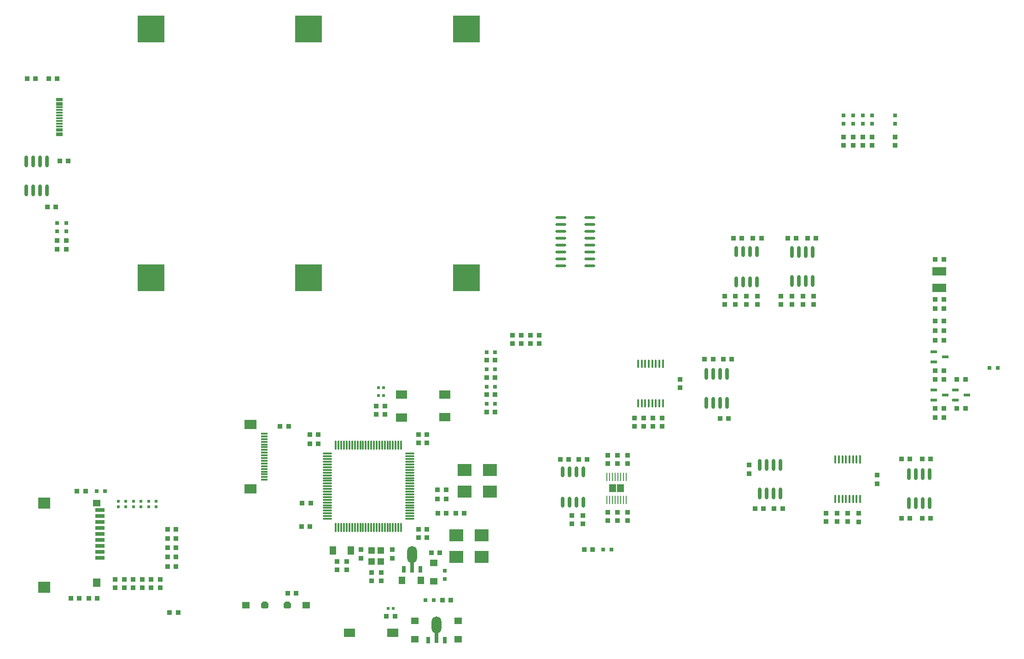
<source format=gtp>
G04*
G04 #@! TF.GenerationSoftware,Altium Limited,Altium Designer,22.1.2 (22)*
G04*
G04 Layer_Color=8421504*
%FSLAX25Y25*%
%MOIN*%
G70*
G04*
G04 #@! TF.SameCoordinates,1A32ED5E-F4BE-4E84-8868-A45DA14C1EED*
G04*
G04*
G04 #@! TF.FilePolarity,Positive*
G04*
G01*
G75*
%ADD25R,0.19685X0.19685*%
%ADD26R,0.05512X0.04724*%
%ADD27R,0.03543X0.03347*%
%ADD28O,0.07087X0.01181*%
%ADD29O,0.01181X0.07087*%
%ADD30R,0.07087X0.02756*%
%ADD31R,0.08661X0.08000*%
%ADD32R,0.05512X0.06299*%
%ADD33R,0.03000X0.03000*%
%ADD34R,0.05118X0.02362*%
%ADD35R,0.02600X0.04724*%
%ADD36R,0.02600X0.08268*%
%ADD37O,0.07087X0.12500*%
%ADD38R,0.03347X0.03543*%
%ADD39O,0.02362X0.08661*%
%ADD40O,0.01378X0.06299*%
%ADD41R,0.01378X0.06299*%
%ADD42R,0.03000X0.03000*%
%ADD43R,0.07874X0.05906*%
%ADD44R,0.10236X0.05906*%
%ADD45O,0.02400X0.08000*%
%ADD46O,0.07874X0.02165*%
%ADD47R,0.01063X0.06084*%
%ADD48R,0.09843X0.08661*%
%ADD49R,0.02362X0.01968*%
%ADD50R,0.04724X0.05512*%
%ADD51R,0.04724X0.05118*%
%ADD52R,0.04724X0.05906*%
G04:AMPARAMS|DCode=53|XSize=55mil|YSize=50mil|CornerRadius=0mil|HoleSize=0mil|Usage=FLASHONLY|Rotation=0.000|XOffset=0mil|YOffset=0mil|HoleType=Round|Shape=Octagon|*
%AMOCTAGOND53*
4,1,8,0.02750,-0.01250,0.02750,0.01250,0.01500,0.02500,-0.01500,0.02500,-0.02750,0.01250,-0.02750,-0.01250,-0.01500,-0.02500,0.01500,-0.02500,0.02750,-0.01250,0.0*
%
%ADD53OCTAGOND53*%

%ADD54R,0.05500X0.05000*%
%ADD55R,0.04528X0.01181*%
%ADD56R,0.04520X0.01180*%
%ADD57R,0.01968X0.02362*%
%ADD58R,0.08661X0.07087*%
%ADD59R,0.05118X0.01181*%
G36*
X435114Y113793D02*
Y119506D01*
X430301D01*
Y113793D01*
X435114D01*
D02*
G37*
G36*
X440715D02*
Y119506D01*
X435902D01*
Y113793D01*
X440715D01*
D02*
G37*
D25*
X326772Y269075D02*
D03*
Y449431D02*
D03*
X212598Y269075D02*
D03*
Y449431D02*
D03*
X98425Y269075D02*
D03*
Y449431D02*
D03*
D26*
X320866Y7087D02*
D03*
Y20472D02*
D03*
X289370Y7087D02*
D03*
Y20472D02*
D03*
X59055Y105905D02*
D03*
X303000Y62693D02*
D03*
Y49307D02*
D03*
D27*
X292225Y87000D02*
D03*
X298327D02*
D03*
X681988Y174500D02*
D03*
X688090D02*
D03*
X666240Y168000D02*
D03*
X672342D02*
D03*
X672343Y174500D02*
D03*
X666241D02*
D03*
X672343Y195500D02*
D03*
X666241D02*
D03*
X666240Y202000D02*
D03*
X672342D02*
D03*
X315551Y35500D02*
D03*
X309449D02*
D03*
X688090Y195500D02*
D03*
X681988D02*
D03*
X535846Y101969D02*
D03*
X541948D02*
D03*
X555727D02*
D03*
X549624D02*
D03*
X656795Y138008D02*
D03*
X662897D02*
D03*
X647936D02*
D03*
X641833D02*
D03*
X647936Y94701D02*
D03*
X641833D02*
D03*
X662896D02*
D03*
X656794D02*
D03*
X412003Y72327D02*
D03*
X418106D02*
D03*
X38552Y354000D02*
D03*
X32449D02*
D03*
X29552Y320500D02*
D03*
X23449D02*
D03*
X510334Y167323D02*
D03*
X516437D02*
D03*
X518799Y210236D02*
D03*
X512697D02*
D03*
X499311D02*
D03*
X505413D02*
D03*
X118052Y26500D02*
D03*
X111949D02*
D03*
X672343Y282405D02*
D03*
X666241D02*
D03*
X666240Y231000D02*
D03*
X672342D02*
D03*
X666240Y237906D02*
D03*
X672342D02*
D03*
X666240Y224000D02*
D03*
X672342D02*
D03*
X666240Y253405D02*
D03*
X672342D02*
D03*
X666240Y246905D02*
D03*
X672342D02*
D03*
X579796Y297811D02*
D03*
X573693D02*
D03*
X565622D02*
D03*
X559520D02*
D03*
X520149D02*
D03*
X526252D02*
D03*
X540425D02*
D03*
X534323D02*
D03*
X414150Y137516D02*
D03*
X408048D02*
D03*
X400764D02*
D03*
X394662D02*
D03*
X198052Y161500D02*
D03*
X191949D02*
D03*
X59500Y37008D02*
D03*
X53398D02*
D03*
X40448D02*
D03*
X46551D02*
D03*
X307552Y70000D02*
D03*
X301449D02*
D03*
X341437Y172012D02*
D03*
X347539D02*
D03*
X341437Y184500D02*
D03*
X347539D02*
D03*
X341437Y196987D02*
D03*
X347539D02*
D03*
X341437Y209475D02*
D03*
X347539D02*
D03*
X312052Y109000D02*
D03*
X305949D02*
D03*
X312052Y115500D02*
D03*
X305949D02*
D03*
X318996Y98425D02*
D03*
X325098D02*
D03*
X306004D02*
D03*
X312106D02*
D03*
X207449Y89000D02*
D03*
X213551D02*
D03*
X207948Y106000D02*
D03*
X214051D02*
D03*
X219551Y149000D02*
D03*
X213449D02*
D03*
X213484Y155512D02*
D03*
X219586D02*
D03*
X292224D02*
D03*
X298326D02*
D03*
X298327Y149500D02*
D03*
X292225D02*
D03*
X268949Y24000D02*
D03*
X275051D02*
D03*
X298327Y80709D02*
D03*
X292225D02*
D03*
X197449Y40500D02*
D03*
X203552D02*
D03*
X110449Y73500D02*
D03*
X116551D02*
D03*
X110449Y60000D02*
D03*
X116551D02*
D03*
X110449Y66750D02*
D03*
X116551D02*
D03*
X44949Y114500D02*
D03*
X51051D02*
D03*
X116551Y87000D02*
D03*
X110449D02*
D03*
X116551Y80250D02*
D03*
X110449D02*
D03*
X8760Y413386D02*
D03*
X14863D02*
D03*
X30610D02*
D03*
X24508D02*
D03*
D28*
X226082Y94488D02*
D03*
Y96457D02*
D03*
Y98425D02*
D03*
Y100394D02*
D03*
Y102362D02*
D03*
Y104331D02*
D03*
Y106299D02*
D03*
Y108268D02*
D03*
Y110236D02*
D03*
Y112205D02*
D03*
Y114173D02*
D03*
Y116142D02*
D03*
Y118110D02*
D03*
Y120079D02*
D03*
Y122047D02*
D03*
Y124016D02*
D03*
Y125984D02*
D03*
Y127953D02*
D03*
Y129921D02*
D03*
Y131890D02*
D03*
Y133858D02*
D03*
Y135827D02*
D03*
Y137795D02*
D03*
Y139764D02*
D03*
Y141732D02*
D03*
X285731D02*
D03*
Y139764D02*
D03*
Y137795D02*
D03*
Y135827D02*
D03*
Y133858D02*
D03*
Y131890D02*
D03*
Y129921D02*
D03*
Y127953D02*
D03*
Y125984D02*
D03*
Y124016D02*
D03*
Y122047D02*
D03*
Y120079D02*
D03*
Y118110D02*
D03*
Y116142D02*
D03*
Y114173D02*
D03*
Y112205D02*
D03*
Y110236D02*
D03*
Y108268D02*
D03*
Y106299D02*
D03*
Y104331D02*
D03*
Y102362D02*
D03*
Y100394D02*
D03*
Y98425D02*
D03*
Y96457D02*
D03*
Y94488D02*
D03*
D29*
X232284Y147935D02*
D03*
X234253D02*
D03*
X236221D02*
D03*
X238190D02*
D03*
X240158D02*
D03*
X242127D02*
D03*
X244095D02*
D03*
X246064D02*
D03*
X248032D02*
D03*
X250001D02*
D03*
X251969D02*
D03*
X253938D02*
D03*
X255906D02*
D03*
X257875D02*
D03*
X259843D02*
D03*
X261812D02*
D03*
X263780D02*
D03*
X265749D02*
D03*
X267717D02*
D03*
X269686D02*
D03*
X271654D02*
D03*
X273623D02*
D03*
X275591D02*
D03*
X277560D02*
D03*
X279528D02*
D03*
Y88286D02*
D03*
X277560D02*
D03*
X275591D02*
D03*
X273623D02*
D03*
X271654D02*
D03*
X269686D02*
D03*
X267717D02*
D03*
X265749D02*
D03*
X263780D02*
D03*
X261812D02*
D03*
X259843D02*
D03*
X257875D02*
D03*
X255906D02*
D03*
X253938D02*
D03*
X251969D02*
D03*
X250001D02*
D03*
X248032D02*
D03*
X246064D02*
D03*
X244095D02*
D03*
X242127D02*
D03*
X240158D02*
D03*
X238190D02*
D03*
X236221D02*
D03*
X234253D02*
D03*
X232284D02*
D03*
D30*
X61524Y87795D02*
D03*
Y100787D02*
D03*
Y96457D02*
D03*
Y92126D02*
D03*
Y83465D02*
D03*
Y79134D02*
D03*
Y74803D02*
D03*
Y70473D02*
D03*
Y66142D02*
D03*
D31*
X21260Y105905D02*
D03*
Y44882D02*
D03*
D32*
X59055Y48031D02*
D03*
D33*
X711500Y204000D02*
D03*
X705500D02*
D03*
X303000Y35500D02*
D03*
X297000D02*
D03*
X425833Y72327D02*
D03*
X431833D02*
D03*
X341489Y177855D02*
D03*
X347488D02*
D03*
X341489Y190343D02*
D03*
X347488D02*
D03*
X341489Y202831D02*
D03*
X347488D02*
D03*
X341489Y215319D02*
D03*
X347488D02*
D03*
X59000Y114500D02*
D03*
X65000D02*
D03*
D34*
X680905Y187992D02*
D03*
Y180512D02*
D03*
X689173Y184252D02*
D03*
X665158Y187992D02*
D03*
Y180512D02*
D03*
X673425Y184252D02*
D03*
X665158Y215646D02*
D03*
Y208165D02*
D03*
X673425Y211906D02*
D03*
D35*
X299213Y6681D02*
D03*
X311024D02*
D03*
X293406Y57696D02*
D03*
X281594D02*
D03*
D36*
X305118Y8374D02*
D03*
X287500Y59389D02*
D03*
D37*
X305118Y17485D02*
D03*
X287500Y68500D02*
D03*
D38*
X531519Y127315D02*
D03*
Y133418D02*
D03*
X610794Y92315D02*
D03*
Y98418D02*
D03*
X587172Y98594D02*
D03*
Y92492D02*
D03*
X595046Y98594D02*
D03*
Y92492D02*
D03*
X602920Y92493D02*
D03*
Y98595D02*
D03*
X599957Y371161D02*
D03*
Y365059D02*
D03*
X620626Y371161D02*
D03*
Y365059D02*
D03*
X606847Y371161D02*
D03*
Y365059D02*
D03*
X613736Y371161D02*
D03*
Y365059D02*
D03*
X637232Y371161D02*
D03*
Y365059D02*
D03*
X481500Y189448D02*
D03*
Y195551D02*
D03*
X461833Y167552D02*
D03*
Y161449D02*
D03*
X468500Y167552D02*
D03*
Y161449D02*
D03*
X562500Y255981D02*
D03*
Y249878D02*
D03*
X513752Y249878D02*
D03*
Y255980D02*
D03*
X624000Y119948D02*
D03*
Y126051D02*
D03*
X455267Y161449D02*
D03*
Y167551D02*
D03*
X448500Y161449D02*
D03*
Y167551D02*
D03*
X37000Y296052D02*
D03*
Y289949D02*
D03*
X30500Y296052D02*
D03*
Y289949D02*
D03*
X578319Y255981D02*
D03*
Y249878D02*
D03*
X537374Y249878D02*
D03*
Y255980D02*
D03*
X570445Y249878D02*
D03*
Y255980D02*
D03*
X554500Y249878D02*
D03*
Y255980D02*
D03*
X529500Y255981D02*
D03*
Y249878D02*
D03*
X521626Y249878D02*
D03*
Y255980D02*
D03*
X403224Y90763D02*
D03*
Y96866D02*
D03*
X411098Y96867D02*
D03*
Y90764D02*
D03*
X443382Y140567D02*
D03*
Y134465D02*
D03*
X436295Y140567D02*
D03*
Y134465D02*
D03*
X429209Y140567D02*
D03*
Y134465D02*
D03*
Y93126D02*
D03*
Y99228D02*
D03*
X443382Y93126D02*
D03*
Y99228D02*
D03*
X436295Y93126D02*
D03*
Y99228D02*
D03*
X373000Y227552D02*
D03*
Y221449D02*
D03*
X366500Y227552D02*
D03*
Y221449D02*
D03*
X360000Y227552D02*
D03*
Y221449D02*
D03*
X379500Y227552D02*
D03*
Y221449D02*
D03*
X267717Y170177D02*
D03*
Y176279D02*
D03*
X261417Y170177D02*
D03*
Y176279D02*
D03*
X273000Y65948D02*
D03*
Y72051D02*
D03*
X258000Y55551D02*
D03*
Y49449D02*
D03*
X265000Y49448D02*
D03*
Y55551D02*
D03*
X240000Y57449D02*
D03*
Y63551D02*
D03*
X233000Y57449D02*
D03*
Y63551D02*
D03*
X250500Y72052D02*
D03*
Y65949D02*
D03*
X105000Y44449D02*
D03*
Y50551D02*
D03*
X98500Y44449D02*
D03*
Y50551D02*
D03*
X92000Y44449D02*
D03*
Y50551D02*
D03*
X85500Y44449D02*
D03*
Y50551D02*
D03*
X79000Y44449D02*
D03*
Y50551D02*
D03*
X72500Y44449D02*
D03*
Y50551D02*
D03*
D39*
X539270Y112780D02*
D03*
X544271D02*
D03*
X549270D02*
D03*
X554271D02*
D03*
X539270Y133677D02*
D03*
X544271D02*
D03*
X549270D02*
D03*
X554271D02*
D03*
X647227Y105906D02*
D03*
X652227D02*
D03*
X657227D02*
D03*
X662227D02*
D03*
X647227Y126803D02*
D03*
X652227D02*
D03*
X657227D02*
D03*
X662227D02*
D03*
X23000Y353449D02*
D03*
X18000D02*
D03*
X13000D02*
D03*
X8000D02*
D03*
X23000Y332551D02*
D03*
X18000D02*
D03*
X13000D02*
D03*
X8000D02*
D03*
X500374Y178528D02*
D03*
X505374D02*
D03*
X510374D02*
D03*
X515374D02*
D03*
X500374Y199425D02*
D03*
X505374D02*
D03*
X510374D02*
D03*
X515374D02*
D03*
X577500Y287787D02*
D03*
X572500D02*
D03*
X567500D02*
D03*
X562500D02*
D03*
X577500Y266890D02*
D03*
X572500D02*
D03*
X567500D02*
D03*
X562500D02*
D03*
D40*
X611877Y108732D02*
D03*
X609318D02*
D03*
X606759D02*
D03*
X604200D02*
D03*
X601641D02*
D03*
X599082D02*
D03*
X596523D02*
D03*
X593963D02*
D03*
Y137472D02*
D03*
X596523D02*
D03*
X599082D02*
D03*
X601641D02*
D03*
X604200D02*
D03*
X606759D02*
D03*
X609318D02*
D03*
X466528Y206972D02*
D03*
X463969D02*
D03*
X461409D02*
D03*
X458850D02*
D03*
X456291D02*
D03*
X453732D02*
D03*
X451173D02*
D03*
Y178232D02*
D03*
X453732D02*
D03*
X456291D02*
D03*
X458850D02*
D03*
X461410D02*
D03*
X463969D02*
D03*
X466528D02*
D03*
X469087D02*
D03*
D41*
X611877Y137472D02*
D03*
X469087Y206972D02*
D03*
D42*
X637232Y380858D02*
D03*
Y386858D02*
D03*
X37000Y309000D02*
D03*
Y303000D02*
D03*
X30500Y309000D02*
D03*
Y303000D02*
D03*
X311000Y51000D02*
D03*
Y57000D02*
D03*
X620626Y386858D02*
D03*
Y380858D02*
D03*
X613736Y386858D02*
D03*
Y380858D02*
D03*
X606847Y386858D02*
D03*
Y380858D02*
D03*
X599957Y386858D02*
D03*
Y380858D02*
D03*
D43*
X311007Y184579D02*
D03*
X279776Y184500D02*
D03*
X311007Y168079D02*
D03*
X279776Y168000D02*
D03*
X242143Y11733D02*
D03*
X273374Y11811D02*
D03*
D44*
X669291Y273811D02*
D03*
Y262000D02*
D03*
D45*
X537000Y288339D02*
D03*
X532000D02*
D03*
X527000D02*
D03*
X522000D02*
D03*
Y266339D02*
D03*
X527000D02*
D03*
X532000D02*
D03*
X537000D02*
D03*
X411512Y128437D02*
D03*
X406512D02*
D03*
X401512D02*
D03*
X396512D02*
D03*
Y106437D02*
D03*
X401512D02*
D03*
X406512D02*
D03*
X411512D02*
D03*
D46*
X395012Y312776D02*
D03*
Y307776D02*
D03*
Y302776D02*
D03*
Y297776D02*
D03*
Y292776D02*
D03*
Y287776D02*
D03*
Y282776D02*
D03*
Y277776D02*
D03*
X416112Y312776D02*
D03*
Y307776D02*
D03*
Y302776D02*
D03*
Y297776D02*
D03*
Y292776D02*
D03*
Y287776D02*
D03*
Y282776D02*
D03*
Y277776D02*
D03*
D47*
X442398Y124953D02*
D03*
X440429D02*
D03*
X438461D02*
D03*
X436492D02*
D03*
X434524D02*
D03*
X432555D02*
D03*
X430587D02*
D03*
X428618D02*
D03*
X428618Y108346D02*
D03*
X430587D02*
D03*
X432555D02*
D03*
X434524D02*
D03*
X436492D02*
D03*
X438461D02*
D03*
X440429D02*
D03*
X442398D02*
D03*
D48*
X337992Y66929D02*
D03*
X319488D02*
D03*
X325394Y129921D02*
D03*
X343898D02*
D03*
X325394Y114173D02*
D03*
X343898D02*
D03*
X319488Y82677D02*
D03*
X337992D02*
D03*
D49*
X263032Y189500D02*
D03*
X266968D02*
D03*
X263032Y184000D02*
D03*
X266968D02*
D03*
X270031Y29500D02*
D03*
X273969D02*
D03*
D50*
X280307Y50000D02*
D03*
X293693D02*
D03*
D51*
X258154Y63366D02*
D03*
Y71634D02*
D03*
X264846D02*
D03*
Y63366D02*
D03*
D52*
X230008Y71500D02*
D03*
X243000D02*
D03*
D53*
X180750Y32000D02*
D03*
X197250D02*
D03*
D54*
X167250D02*
D03*
X210750D02*
D03*
D55*
X32184Y372638D02*
D03*
Y373819D02*
D03*
X32184Y375787D02*
D03*
Y376969D02*
D03*
X32184Y378937D02*
D03*
Y382874D02*
D03*
X32178Y384843D02*
D03*
X32184Y386811D02*
D03*
X32177Y388780D02*
D03*
X32186Y390748D02*
D03*
X32168Y394685D02*
D03*
Y395866D02*
D03*
X32178Y397835D02*
D03*
Y399016D02*
D03*
D56*
X32184Y380906D02*
D03*
X32184Y392716D02*
D03*
D57*
X102236Y107268D02*
D03*
Y103331D02*
D03*
X96724Y107268D02*
D03*
Y103331D02*
D03*
X91213Y107268D02*
D03*
Y103331D02*
D03*
X80189Y103331D02*
D03*
Y107268D02*
D03*
X85701Y103331D02*
D03*
Y107268D02*
D03*
X74677Y103331D02*
D03*
Y107268D02*
D03*
D58*
X170500Y162728D02*
D03*
X170500Y116272D02*
D03*
D59*
X180331Y140484D02*
D03*
Y142453D02*
D03*
Y156232D02*
D03*
Y154264D02*
D03*
Y152295D02*
D03*
Y150327D02*
D03*
Y148358D02*
D03*
Y146390D02*
D03*
Y144421D02*
D03*
Y138516D02*
D03*
Y136547D02*
D03*
Y134579D02*
D03*
Y132610D02*
D03*
Y130642D02*
D03*
Y128673D02*
D03*
Y126705D02*
D03*
Y124736D02*
D03*
Y122768D02*
D03*
M02*

</source>
